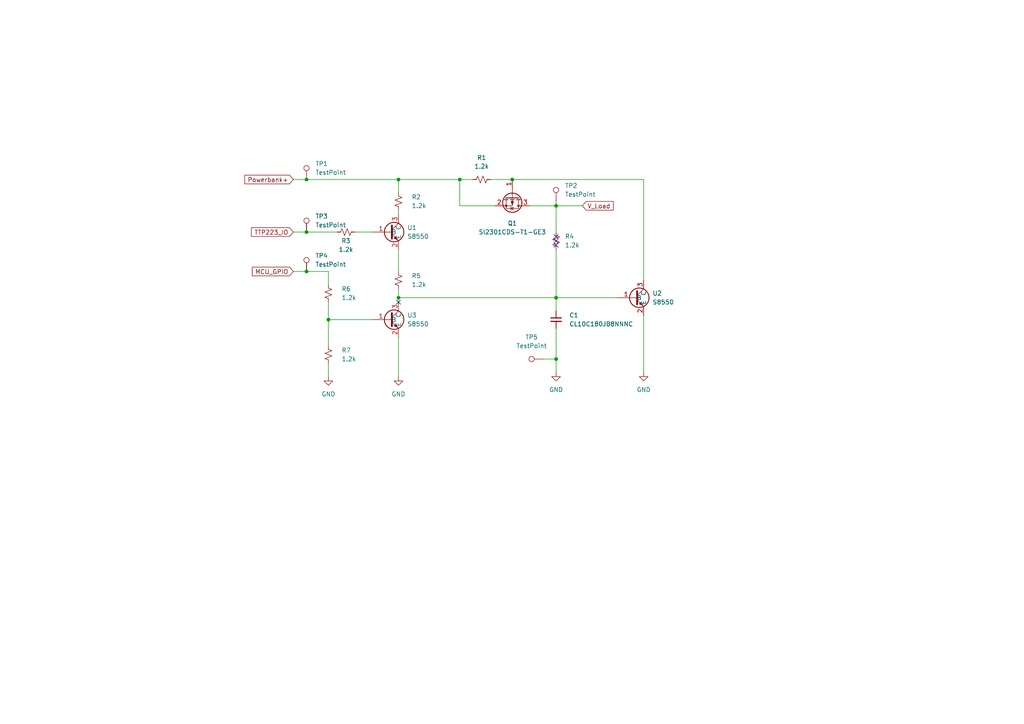
<source format=kicad_sch>
(kicad_sch (version 20211123) (generator eeschema)

  (uuid e63e39d7-6ac0-4ffd-8aa3-1841a4541b55)

  (paper "A4")

  (lib_symbols
    (symbol "Connector:TestPoint" (pin_numbers hide) (pin_names (offset 0.762) hide) (in_bom yes) (on_board yes)
      (property "Reference" "TP" (id 0) (at 0 6.858 0)
        (effects (font (size 1.27 1.27)))
      )
      (property "Value" "TestPoint" (id 1) (at 0 5.08 0)
        (effects (font (size 1.27 1.27)))
      )
      (property "Footprint" "" (id 2) (at 5.08 0 0)
        (effects (font (size 1.27 1.27)) hide)
      )
      (property "Datasheet" "~" (id 3) (at 5.08 0 0)
        (effects (font (size 1.27 1.27)) hide)
      )
      (property "ki_keywords" "test point tp" (id 4) (at 0 0 0)
        (effects (font (size 1.27 1.27)) hide)
      )
      (property "ki_description" "test point" (id 5) (at 0 0 0)
        (effects (font (size 1.27 1.27)) hide)
      )
      (property "ki_fp_filters" "Pin* Test*" (id 6) (at 0 0 0)
        (effects (font (size 1.27 1.27)) hide)
      )
      (symbol "TestPoint_0_1"
        (circle (center 0 3.302) (radius 0.762)
          (stroke (width 0) (type default) (color 0 0 0 0))
          (fill (type none))
        )
      )
      (symbol "TestPoint_1_1"
        (pin passive line (at 0 0 90) (length 2.54)
          (name "1" (effects (font (size 1.27 1.27))))
          (number "1" (effects (font (size 1.27 1.27))))
        )
      )
    )
    (symbol "Device:C_Small" (pin_numbers hide) (pin_names (offset 0.254) hide) (in_bom yes) (on_board yes)
      (property "Reference" "C" (id 0) (at 0.254 1.778 0)
        (effects (font (size 1.27 1.27)) (justify left))
      )
      (property "Value" "C_Small" (id 1) (at 0.254 -2.032 0)
        (effects (font (size 1.27 1.27)) (justify left))
      )
      (property "Footprint" "" (id 2) (at 0 0 0)
        (effects (font (size 1.27 1.27)) hide)
      )
      (property "Datasheet" "~" (id 3) (at 0 0 0)
        (effects (font (size 1.27 1.27)) hide)
      )
      (property "ki_keywords" "capacitor cap" (id 4) (at 0 0 0)
        (effects (font (size 1.27 1.27)) hide)
      )
      (property "ki_description" "Unpolarized capacitor, small symbol" (id 5) (at 0 0 0)
        (effects (font (size 1.27 1.27)) hide)
      )
      (property "ki_fp_filters" "C_*" (id 6) (at 0 0 0)
        (effects (font (size 1.27 1.27)) hide)
      )
      (symbol "C_Small_0_1"
        (polyline
          (pts
            (xy -1.524 -0.508)
            (xy 1.524 -0.508)
          )
          (stroke (width 0.3302) (type default) (color 0 0 0 0))
          (fill (type none))
        )
        (polyline
          (pts
            (xy -1.524 0.508)
            (xy 1.524 0.508)
          )
          (stroke (width 0.3048) (type default) (color 0 0 0 0))
          (fill (type none))
        )
      )
      (symbol "C_Small_1_1"
        (pin passive line (at 0 2.54 270) (length 2.032)
          (name "~" (effects (font (size 1.27 1.27))))
          (number "1" (effects (font (size 1.27 1.27))))
        )
        (pin passive line (at 0 -2.54 90) (length 2.032)
          (name "~" (effects (font (size 1.27 1.27))))
          (number "2" (effects (font (size 1.27 1.27))))
        )
      )
    )
    (symbol "Device:R_Small_US" (pin_numbers hide) (pin_names (offset 0.254) hide) (in_bom yes) (on_board yes)
      (property "Reference" "R" (id 0) (at 0.762 0.508 0)
        (effects (font (size 1.27 1.27)) (justify left))
      )
      (property "Value" "R_Small_US" (id 1) (at 0.762 -1.016 0)
        (effects (font (size 1.27 1.27)) (justify left))
      )
      (property "Footprint" "" (id 2) (at 0 0 0)
        (effects (font (size 1.27 1.27)) hide)
      )
      (property "Datasheet" "~" (id 3) (at 0 0 0)
        (effects (font (size 1.27 1.27)) hide)
      )
      (property "ki_keywords" "r resistor" (id 4) (at 0 0 0)
        (effects (font (size 1.27 1.27)) hide)
      )
      (property "ki_description" "Resistor, small US symbol" (id 5) (at 0 0 0)
        (effects (font (size 1.27 1.27)) hide)
      )
      (property "ki_fp_filters" "R_*" (id 6) (at 0 0 0)
        (effects (font (size 1.27 1.27)) hide)
      )
      (symbol "R_Small_US_1_1"
        (polyline
          (pts
            (xy 0 0)
            (xy 1.016 -0.381)
            (xy 0 -0.762)
            (xy -1.016 -1.143)
            (xy 0 -1.524)
          )
          (stroke (width 0) (type default) (color 0 0 0 0))
          (fill (type none))
        )
        (polyline
          (pts
            (xy 0 1.524)
            (xy 1.016 1.143)
            (xy 0 0.762)
            (xy -1.016 0.381)
            (xy 0 0)
          )
          (stroke (width 0) (type default) (color 0 0 0 0))
          (fill (type none))
        )
        (pin passive line (at 0 2.54 270) (length 1.016)
          (name "~" (effects (font (size 1.27 1.27))))
          (number "1" (effects (font (size 1.27 1.27))))
        )
        (pin passive line (at 0 -2.54 90) (length 1.016)
          (name "~" (effects (font (size 1.27 1.27))))
          (number "2" (effects (font (size 1.27 1.27))))
        )
      )
    )
    (symbol "FE-PCB:BC547" (in_bom yes) (on_board yes)
      (property "Reference" "U" (id 0) (at 0 22.86 0)
        (effects (font (size 1.27 1.27)))
      )
      (property "Value" "BC547" (id 1) (at 0 22.86 0)
        (effects (font (size 1.27 1.27)))
      )
      (property "Footprint" "" (id 2) (at 0 22.86 0)
        (effects (font (size 1.27 1.27)) hide)
      )
      (property "Datasheet" "" (id 3) (at 0 22.86 0)
        (effects (font (size 1.27 1.27)) hide)
      )
      (symbol "BC547_0_1"
        (circle (center -1.27 0) (radius 2.8194)
          (stroke (width 0.254) (type default) (color 0 0 0 0))
          (fill (type none))
        )
        (polyline
          (pts
            (xy -2.54 0)
            (xy -1.905 0)
          )
          (stroke (width 0) (type default) (color 0 0 0 0))
          (fill (type none))
        )
        (polyline
          (pts
            (xy -1.905 0.635)
            (xy 0 2.54)
          )
          (stroke (width 0) (type default) (color 0 0 0 0))
          (fill (type none))
        )
        (polyline
          (pts
            (xy -1.905 -0.635)
            (xy 0 -2.54)
            (xy 0 -2.54)
          )
          (stroke (width 0) (type default) (color 0 0 0 0))
          (fill (type none))
        )
        (polyline
          (pts
            (xy -1.905 1.905)
            (xy -1.905 -1.905)
            (xy -1.905 -1.905)
          )
          (stroke (width 0.508) (type default) (color 0 0 0 0))
          (fill (type none))
        )
        (polyline
          (pts
            (xy -1.27 -1.778)
            (xy -0.762 -1.27)
            (xy -0.254 -2.286)
            (xy -1.27 -1.778)
            (xy -1.27 -1.778)
          )
          (stroke (width 0) (type default) (color 0 0 0 0))
          (fill (type outline))
        )
      )
      (symbol "BC547_1_1"
        (pin input line (at -7.62 0 0) (length 5.08)
          (name "B" (effects (font (size 1.27 1.27))))
          (number "1" (effects (font (size 1.27 1.27))))
        )
        (pin passive line (at 0 -5.08 90) (length 2.54)
          (name "E" (effects (font (size 1.27 1.27))))
          (number "2" (effects (font (size 1.27 1.27))))
        )
        (pin passive line (at 0 5.08 270) (length 2.54)
          (name "C" (effects (font (size 1.27 1.27))))
          (number "3" (effects (font (size 1.27 1.27))))
        )
      )
    )
    (symbol "Transistor_FET:Si2319CDS" (pin_names hide) (in_bom yes) (on_board yes)
      (property "Reference" "Q" (id 0) (at 5.08 1.905 0)
        (effects (font (size 1.27 1.27)) (justify left))
      )
      (property "Value" "Si2319CDS" (id 1) (at 5.08 0 0)
        (effects (font (size 1.27 1.27)) (justify left))
      )
      (property "Footprint" "Package_TO_SOT_SMD:SOT-23" (id 2) (at 5.08 -1.905 0)
        (effects (font (size 1.27 1.27) italic) (justify left) hide)
      )
      (property "Datasheet" "http://www.vishay.com/docs/66709/si2319cd.pdf" (id 3) (at 0 0 0)
        (effects (font (size 1.27 1.27)) (justify left) hide)
      )
      (property "ki_keywords" "P-Channel MOSFET" (id 4) (at 0 0 0)
        (effects (font (size 1.27 1.27)) hide)
      )
      (property "ki_description" "-4.4A Id, -40V Vds, P-Channel MOSFET, SOT-23" (id 5) (at 0 0 0)
        (effects (font (size 1.27 1.27)) hide)
      )
      (property "ki_fp_filters" "SOT?23*" (id 6) (at 0 0 0)
        (effects (font (size 1.27 1.27)) hide)
      )
      (symbol "Si2319CDS_0_1"
        (polyline
          (pts
            (xy 0.254 0)
            (xy -2.54 0)
          )
          (stroke (width 0) (type default) (color 0 0 0 0))
          (fill (type none))
        )
        (polyline
          (pts
            (xy 0.254 1.905)
            (xy 0.254 -1.905)
          )
          (stroke (width 0.254) (type default) (color 0 0 0 0))
          (fill (type none))
        )
        (polyline
          (pts
            (xy 0.762 -1.27)
            (xy 0.762 -2.286)
          )
          (stroke (width 0.254) (type default) (color 0 0 0 0))
          (fill (type none))
        )
        (polyline
          (pts
            (xy 0.762 0.508)
            (xy 0.762 -0.508)
          )
          (stroke (width 0.254) (type default) (color 0 0 0 0))
          (fill (type none))
        )
        (polyline
          (pts
            (xy 0.762 2.286)
            (xy 0.762 1.27)
          )
          (stroke (width 0.254) (type default) (color 0 0 0 0))
          (fill (type none))
        )
        (polyline
          (pts
            (xy 2.54 2.54)
            (xy 2.54 1.778)
          )
          (stroke (width 0) (type default) (color 0 0 0 0))
          (fill (type none))
        )
        (polyline
          (pts
            (xy 2.54 -2.54)
            (xy 2.54 0)
            (xy 0.762 0)
          )
          (stroke (width 0) (type default) (color 0 0 0 0))
          (fill (type none))
        )
        (polyline
          (pts
            (xy 0.762 1.778)
            (xy 3.302 1.778)
            (xy 3.302 -1.778)
            (xy 0.762 -1.778)
          )
          (stroke (width 0) (type default) (color 0 0 0 0))
          (fill (type none))
        )
        (polyline
          (pts
            (xy 2.286 0)
            (xy 1.27 0.381)
            (xy 1.27 -0.381)
            (xy 2.286 0)
          )
          (stroke (width 0) (type default) (color 0 0 0 0))
          (fill (type outline))
        )
        (polyline
          (pts
            (xy 2.794 -0.508)
            (xy 2.921 -0.381)
            (xy 3.683 -0.381)
            (xy 3.81 -0.254)
          )
          (stroke (width 0) (type default) (color 0 0 0 0))
          (fill (type none))
        )
        (polyline
          (pts
            (xy 3.302 -0.381)
            (xy 2.921 0.254)
            (xy 3.683 0.254)
            (xy 3.302 -0.381)
          )
          (stroke (width 0) (type default) (color 0 0 0 0))
          (fill (type none))
        )
        (circle (center 1.651 0) (radius 2.794)
          (stroke (width 0.254) (type default) (color 0 0 0 0))
          (fill (type none))
        )
        (circle (center 2.54 -1.778) (radius 0.254)
          (stroke (width 0) (type default) (color 0 0 0 0))
          (fill (type outline))
        )
        (circle (center 2.54 1.778) (radius 0.254)
          (stroke (width 0) (type default) (color 0 0 0 0))
          (fill (type outline))
        )
      )
      (symbol "Si2319CDS_1_1"
        (pin input line (at -5.08 0 0) (length 2.54)
          (name "G" (effects (font (size 1.27 1.27))))
          (number "1" (effects (font (size 1.27 1.27))))
        )
        (pin passive line (at 2.54 -5.08 90) (length 2.54)
          (name "S" (effects (font (size 1.27 1.27))))
          (number "2" (effects (font (size 1.27 1.27))))
        )
        (pin passive line (at 2.54 5.08 270) (length 2.54)
          (name "D" (effects (font (size 1.27 1.27))))
          (number "3" (effects (font (size 1.27 1.27))))
        )
      )
    )
    (symbol "power:GND" (power) (pin_names (offset 0)) (in_bom yes) (on_board yes)
      (property "Reference" "#PWR" (id 0) (at 0 -6.35 0)
        (effects (font (size 1.27 1.27)) hide)
      )
      (property "Value" "GND" (id 1) (at 0 -3.81 0)
        (effects (font (size 1.27 1.27)))
      )
      (property "Footprint" "" (id 2) (at 0 0 0)
        (effects (font (size 1.27 1.27)) hide)
      )
      (property "Datasheet" "" (id 3) (at 0 0 0)
        (effects (font (size 1.27 1.27)) hide)
      )
      (property "ki_keywords" "power-flag" (id 4) (at 0 0 0)
        (effects (font (size 1.27 1.27)) hide)
      )
      (property "ki_description" "Power symbol creates a global label with name \"GND\" , ground" (id 5) (at 0 0 0)
        (effects (font (size 1.27 1.27)) hide)
      )
      (symbol "GND_0_1"
        (polyline
          (pts
            (xy 0 0)
            (xy 0 -1.27)
            (xy 1.27 -1.27)
            (xy 0 -2.54)
            (xy -1.27 -1.27)
            (xy 0 -1.27)
          )
          (stroke (width 0) (type default) (color 0 0 0 0))
          (fill (type none))
        )
      )
      (symbol "GND_1_1"
        (pin power_in line (at 0 0 270) (length 0) hide
          (name "GND" (effects (font (size 1.27 1.27))))
          (number "1" (effects (font (size 1.27 1.27))))
        )
      )
    )
  )

  (junction (at 161.29 86.36) (diameter 0) (color 0 0 0 0)
    (uuid 0570fde1-8b81-4c38-84b5-c6d17d9f08a1)
  )
  (junction (at 95.25 92.71) (diameter 0) (color 0 0 0 0)
    (uuid 06f21f32-cb66-46ad-89c9-18f4d368cb41)
  )
  (junction (at 161.29 59.69) (diameter 0) (color 0 0 0 0)
    (uuid 1c1bc413-ac22-4139-8fcb-1048c5824cdd)
  )
  (junction (at 115.57 52.07) (diameter 0) (color 0 0 0 0)
    (uuid 29a3f84f-1e46-4974-a50b-31a060509ca3)
  )
  (junction (at 88.9 67.31) (diameter 0) (color 0 0 0 0)
    (uuid 363a3797-c9f0-4011-9c28-5b6fcde50111)
  )
  (junction (at 148.59 52.07) (diameter 0) (color 0 0 0 0)
    (uuid 4cd2179c-bd9e-448b-93ef-3770861a339f)
  )
  (junction (at 161.29 104.14) (diameter 0) (color 0 0 0 0)
    (uuid 52e03ff9-972c-4e5b-be0d-60386fd84eec)
  )
  (junction (at 88.9 52.07) (diameter 0) (color 0 0 0 0)
    (uuid 57038053-edc6-4c25-96eb-1eb96c9030ec)
  )
  (junction (at 115.57 86.36) (diameter 0) (color 0 0 0 0)
    (uuid 5ce9ae4a-b774-46ab-a6ce-2c735908ff3c)
  )
  (junction (at 133.35 52.07) (diameter 0) (color 0 0 0 0)
    (uuid bd3ef9f5-1dfc-488e-a6fb-a1498e47210c)
  )
  (junction (at 88.9 78.74) (diameter 0) (color 0 0 0 0)
    (uuid c865ab03-4cde-4bcd-897e-be5f916d52be)
  )

  (no_connect (at 115.57 87.63) (uuid 6a7dcbd5-7902-48c1-8974-88a38cf4d407))
  (no_connect (at 161.29 69.85) (uuid 733db190-a402-4a05-a223-564bcebafcc9))
  (no_connect (at 161.29 71.12) (uuid 733db190-a402-4a05-a223-564bcebafcc9))
  (no_connect (at 161.29 68.58) (uuid 733db190-a402-4a05-a223-564bcebafcc9))

  (wire (pts (xy 161.29 95.25) (xy 161.29 104.14))
    (stroke (width 0) (type default) (color 0 0 0 0))
    (uuid 04be63db-5c61-4eea-bc08-e5df0ef6512e)
  )
  (wire (pts (xy 95.25 92.71) (xy 107.95 92.71))
    (stroke (width 0) (type default) (color 0 0 0 0))
    (uuid 04e12cf1-f5a1-417a-8670-a36b05b43e35)
  )
  (wire (pts (xy 115.57 52.07) (xy 133.35 52.07))
    (stroke (width 0) (type default) (color 0 0 0 0))
    (uuid 05844d1d-69eb-453d-a373-1e683f50c8c4)
  )
  (wire (pts (xy 115.57 86.36) (xy 161.29 86.36))
    (stroke (width 0) (type default) (color 0 0 0 0))
    (uuid 0a40c4b6-a58b-45e1-bbc5-fdfebceb2371)
  )
  (wire (pts (xy 95.25 92.71) (xy 95.25 100.33))
    (stroke (width 0) (type default) (color 0 0 0 0))
    (uuid 0fc219b7-c1d3-4036-98cb-fdd152953a14)
  )
  (wire (pts (xy 186.69 91.44) (xy 186.69 107.95))
    (stroke (width 0) (type default) (color 0 0 0 0))
    (uuid 10386a9a-3c8d-4117-9729-d8c9f62c332d)
  )
  (wire (pts (xy 161.29 86.36) (xy 161.29 90.17))
    (stroke (width 0) (type default) (color 0 0 0 0))
    (uuid 12434674-a34a-4ca7-8329-7fb9eaf00c2c)
  )
  (wire (pts (xy 85.09 52.07) (xy 88.9 52.07))
    (stroke (width 0) (type default) (color 0 0 0 0))
    (uuid 26987140-d98b-479b-835e-3e52a5c5724b)
  )
  (wire (pts (xy 115.57 97.79) (xy 115.57 109.22))
    (stroke (width 0) (type default) (color 0 0 0 0))
    (uuid 396021e8-1ea0-4a2a-a71b-322396fec60f)
  )
  (wire (pts (xy 186.69 52.07) (xy 186.69 81.28))
    (stroke (width 0) (type default) (color 0 0 0 0))
    (uuid 3d94dd3d-157e-4ce8-b9e8-3525953e6555)
  )
  (wire (pts (xy 161.29 104.14) (xy 161.29 107.95))
    (stroke (width 0) (type default) (color 0 0 0 0))
    (uuid 45b32cbe-f349-4537-ac1d-3bcbe169abd8)
  )
  (wire (pts (xy 115.57 86.36) (xy 115.57 87.63))
    (stroke (width 0) (type default) (color 0 0 0 0))
    (uuid 50d24570-2d13-4e9a-954d-7716987d3c43)
  )
  (wire (pts (xy 95.25 105.41) (xy 95.25 109.22))
    (stroke (width 0) (type default) (color 0 0 0 0))
    (uuid 6710b168-3ebb-4a7c-8c1b-23450906f43d)
  )
  (wire (pts (xy 115.57 55.88) (xy 115.57 52.07))
    (stroke (width 0) (type default) (color 0 0 0 0))
    (uuid 729e7253-2f7f-4717-85cd-f8671611b2d6)
  )
  (wire (pts (xy 88.9 78.74) (xy 95.25 78.74))
    (stroke (width 0) (type default) (color 0 0 0 0))
    (uuid 77da2cca-802e-41d0-b76d-7e6565304ae6)
  )
  (wire (pts (xy 102.87 67.31) (xy 107.95 67.31))
    (stroke (width 0) (type default) (color 0 0 0 0))
    (uuid 7a6b3cf2-ab0c-4ffa-bbc9-cdc39d289345)
  )
  (wire (pts (xy 161.29 59.69) (xy 161.29 67.31))
    (stroke (width 0) (type default) (color 0 0 0 0))
    (uuid 8077d8fe-7db5-4794-8e1a-821fc9001072)
  )
  (wire (pts (xy 142.24 52.07) (xy 148.59 52.07))
    (stroke (width 0) (type default) (color 0 0 0 0))
    (uuid 83390b58-b50f-49d6-a012-0ec279fda186)
  )
  (wire (pts (xy 115.57 72.39) (xy 115.57 78.74))
    (stroke (width 0) (type default) (color 0 0 0 0))
    (uuid 85dee4c5-9296-46d9-9f74-90623c518ff5)
  )
  (wire (pts (xy 153.67 59.69) (xy 161.29 59.69))
    (stroke (width 0) (type default) (color 0 0 0 0))
    (uuid 881ef54e-a1b8-4a05-8f41-ebe6286dc969)
  )
  (wire (pts (xy 85.09 67.31) (xy 88.9 67.31))
    (stroke (width 0) (type default) (color 0 0 0 0))
    (uuid 89a81ae2-fea8-4ec1-93be-b64b58a5a08e)
  )
  (wire (pts (xy 95.25 78.74) (xy 95.25 82.55))
    (stroke (width 0) (type default) (color 0 0 0 0))
    (uuid 8c3f8753-a95e-4ef0-b069-43f283cfcf65)
  )
  (wire (pts (xy 95.25 87.63) (xy 95.25 92.71))
    (stroke (width 0) (type default) (color 0 0 0 0))
    (uuid 944c6cc6-ae43-4d69-a245-a5352cd9d167)
  )
  (wire (pts (xy 148.59 52.07) (xy 186.69 52.07))
    (stroke (width 0) (type default) (color 0 0 0 0))
    (uuid a1323544-c556-4821-b384-bda9e48f2175)
  )
  (wire (pts (xy 161.29 86.36) (xy 179.07 86.36))
    (stroke (width 0) (type default) (color 0 0 0 0))
    (uuid bf30a45a-7f77-41e5-900f-919a94045f56)
  )
  (wire (pts (xy 157.48 104.14) (xy 161.29 104.14))
    (stroke (width 0) (type default) (color 0 0 0 0))
    (uuid c2a5e629-85b7-4b94-affe-a36e30cf0701)
  )
  (wire (pts (xy 115.57 60.96) (xy 115.57 62.23))
    (stroke (width 0) (type default) (color 0 0 0 0))
    (uuid c39d3218-8e96-4f40-8d20-fb920fe0104a)
  )
  (wire (pts (xy 88.9 52.07) (xy 115.57 52.07))
    (stroke (width 0) (type default) (color 0 0 0 0))
    (uuid c4a49376-0337-41b4-b572-6ebddf88df51)
  )
  (wire (pts (xy 161.29 72.39) (xy 161.29 86.36))
    (stroke (width 0) (type default) (color 0 0 0 0))
    (uuid c82a4ed8-04ed-4c8b-a745-d4c348db033b)
  )
  (wire (pts (xy 85.09 78.74) (xy 88.9 78.74))
    (stroke (width 0) (type default) (color 0 0 0 0))
    (uuid cc1f75fa-4ecc-42ba-9eca-342b8e1a1619)
  )
  (wire (pts (xy 88.9 67.31) (xy 97.79 67.31))
    (stroke (width 0) (type default) (color 0 0 0 0))
    (uuid d36bfbd4-d469-4b19-9149-1d1e294c636b)
  )
  (wire (pts (xy 143.51 59.69) (xy 133.35 59.69))
    (stroke (width 0) (type default) (color 0 0 0 0))
    (uuid eaec8e14-6f8b-48e8-b169-22f5f0259396)
  )
  (wire (pts (xy 161.29 59.69) (xy 168.91 59.69))
    (stroke (width 0) (type default) (color 0 0 0 0))
    (uuid eb67a6aa-1cb3-4e44-b0cc-c9d71aa7ddd6)
  )
  (wire (pts (xy 133.35 52.07) (xy 137.16 52.07))
    (stroke (width 0) (type default) (color 0 0 0 0))
    (uuid ec168b33-c536-473c-a5b6-91dd29ee1912)
  )
  (wire (pts (xy 115.57 83.82) (xy 115.57 86.36))
    (stroke (width 0) (type default) (color 0 0 0 0))
    (uuid ec96fac8-a3ef-4fef-9898-274044919f5d)
  )
  (wire (pts (xy 161.29 58.42) (xy 161.29 59.69))
    (stroke (width 0) (type default) (color 0 0 0 0))
    (uuid ef24833e-ab66-4e96-9255-615308c8cc76)
  )
  (wire (pts (xy 133.35 59.69) (xy 133.35 52.07))
    (stroke (width 0) (type default) (color 0 0 0 0))
    (uuid f0e5d679-58c0-4e33-b4a9-5e95e050e5b6)
  )

  (global_label "V_Load" (shape input) (at 168.91 59.69 0) (fields_autoplaced)
    (effects (font (size 1.27 1.27)) (justify left))
    (uuid 03afbf2f-1a8e-4557-999d-8de333a72946)
    (property "Intersheet References" "${INTERSHEET_REFS}" (id 0) (at 177.8545 59.6106 0)
      (effects (font (size 1.27 1.27)) (justify left) hide)
    )
  )
  (global_label "MCU_GPIO" (shape input) (at 85.09 78.74 180) (fields_autoplaced)
    (effects (font (size 1.27 1.27)) (justify right))
    (uuid 6edb1db5-c896-4242-b6fa-9e97fabdce29)
    (property "Intersheet References" "${INTERSHEET_REFS}" (id 0) (at 73.1821 78.6606 0)
      (effects (font (size 1.27 1.27)) (justify right) hide)
    )
  )
  (global_label "Powerbank+" (shape input) (at 85.09 52.07 180) (fields_autoplaced)
    (effects (font (size 1.27 1.27)) (justify right))
    (uuid 89f59607-7c79-4bc0-abc8-2a261aebabf9)
    (property "Intersheet References" "${INTERSHEET_REFS}" (id 0) (at 71.005 51.9906 0)
      (effects (font (size 1.27 1.27)) (justify right) hide)
    )
  )
  (global_label "TTP223_IO" (shape input) (at 85.09 67.31 180) (fields_autoplaced)
    (effects (font (size 1.27 1.27)) (justify right))
    (uuid ea15f603-1ecc-493f-9b0f-dfbcd86cd37f)
    (property "Intersheet References" "${INTERSHEET_REFS}" (id 0) (at 72.9402 67.2306 0)
      (effects (font (size 1.27 1.27)) (justify right) hide)
    )
  )

  (symbol (lib_id "Connector:TestPoint") (at 88.9 52.07 0) (unit 1)
    (in_bom yes) (on_board yes) (fields_autoplaced)
    (uuid 003974b6-cb8f-491b-a226-fc7891eb9a62)
    (property "Reference" "TP1" (id 0) (at 91.44 47.4979 0)
      (effects (font (size 1.27 1.27)) (justify left))
    )
    (property "Value" "TestPoint" (id 1) (at 91.44 50.0379 0)
      (effects (font (size 1.27 1.27)) (justify left))
    )
    (property "Footprint" "KiCad RP Pico:cast_pad" (id 2) (at 93.98 52.07 0)
      (effects (font (size 1.27 1.27)) hide)
    )
    (property "Datasheet" "~" (id 3) (at 93.98 52.07 0)
      (effects (font (size 1.27 1.27)) hide)
    )
    (pin "1" (uuid 83a363ef-2850-4113-853b-2966af02d72d))
  )

  (symbol (lib_id "Device:R_Small_US") (at 100.33 67.31 90) (unit 1)
    (in_bom yes) (on_board yes)
    (uuid 1105cc79-e6fd-407c-b2de-43a4e0e2b143)
    (property "Reference" "R3" (id 0) (at 100.33 69.85 90))
    (property "Value" "1.2k" (id 1) (at 100.33 72.39 90))
    (property "Footprint" "Resistor_SMD:R_0603_1608Metric" (id 2) (at 100.33 67.31 0)
      (effects (font (size 1.27 1.27)) hide)
    )
    (property "Datasheet" "~" (id 3) (at 100.33 67.31 0)
      (effects (font (size 1.27 1.27)) hide)
    )
    (property "LCSC" "C22765" (id 4) (at 100.33 67.31 90)
      (effects (font (size 1.27 1.27)) hide)
    )
    (pin "1" (uuid 647fcbd7-5c48-4312-bb6c-09ae5e6109cb))
    (pin "2" (uuid 8ac0b4f7-9772-472c-9f48-da0361c42b05))
  )

  (symbol (lib_id "Device:R_Small_US") (at 161.29 69.85 180) (unit 1)
    (in_bom yes) (on_board yes) (fields_autoplaced)
    (uuid 1c032212-66a4-4bcf-b5ee-4f07cd39f584)
    (property "Reference" "R4" (id 0) (at 163.83 68.5799 0)
      (effects (font (size 1.27 1.27)) (justify right))
    )
    (property "Value" "1.2k" (id 1) (at 163.83 71.1199 0)
      (effects (font (size 1.27 1.27)) (justify right))
    )
    (property "Footprint" "Resistor_SMD:R_0603_1608Metric" (id 2) (at 161.29 69.85 0)
      (effects (font (size 1.27 1.27)) hide)
    )
    (property "Datasheet" "~" (id 3) (at 161.29 69.85 0)
      (effects (font (size 1.27 1.27)) hide)
    )
    (property "LCSC" "C22765" (id 4) (at 161.29 69.85 0)
      (effects (font (size 1.27 1.27)) hide)
    )
    (pin "1" (uuid df3dd003-1de6-457d-b430-8219acd630bc))
    (pin "2" (uuid 704b9615-3bd2-4872-9bff-5692ae70c03d))
  )

  (symbol (lib_id "Device:R_Small_US") (at 95.25 85.09 0) (unit 1)
    (in_bom yes) (on_board yes) (fields_autoplaced)
    (uuid 2e89449d-90e5-4106-8496-4e2222d55e80)
    (property "Reference" "R6" (id 0) (at 99.06 83.8199 0)
      (effects (font (size 1.27 1.27)) (justify left))
    )
    (property "Value" "1.2k" (id 1) (at 99.06 86.3599 0)
      (effects (font (size 1.27 1.27)) (justify left))
    )
    (property "Footprint" "Resistor_SMD:R_0603_1608Metric" (id 2) (at 95.25 85.09 0)
      (effects (font (size 1.27 1.27)) hide)
    )
    (property "Datasheet" "~" (id 3) (at 95.25 85.09 0)
      (effects (font (size 1.27 1.27)) hide)
    )
    (property "LCSC" "C22765" (id 4) (at 95.25 85.09 0)
      (effects (font (size 1.27 1.27)) hide)
    )
    (pin "1" (uuid 631b7c77-79be-43ea-a578-f63d572c3aa2))
    (pin "2" (uuid 3cc9c64c-d1e6-4c15-b883-15778185624d))
  )

  (symbol (lib_id "Device:C_Small") (at 161.29 92.71 0) (unit 1)
    (in_bom yes) (on_board yes) (fields_autoplaced)
    (uuid 5220795d-b273-452a-a466-835a3b5461ba)
    (property "Reference" "C1" (id 0) (at 165.1 91.4462 0)
      (effects (font (size 1.27 1.27)) (justify left))
    )
    (property "Value" "CL10C180JB8NNNC" (id 1) (at 165.1 93.9862 0)
      (effects (font (size 1.27 1.27)) (justify left))
    )
    (property "Footprint" "Capacitor_SMD:C_0603_1608Metric" (id 2) (at 161.29 92.71 0)
      (effects (font (size 1.27 1.27)) hide)
    )
    (property "Datasheet" "~" (id 3) (at 161.29 92.71 0)
      (effects (font (size 1.27 1.27)) hide)
    )
    (property "LCSC" "C1647" (id 4) (at 161.29 92.71 0)
      (effects (font (size 1.27 1.27)) hide)
    )
    (pin "1" (uuid c9c7a696-c05c-4455-89f7-eecbcb2d0db4))
    (pin "2" (uuid 0d6684b1-7d61-46b9-aec1-7434ffa88b78))
  )

  (symbol (lib_id "Connector:TestPoint") (at 88.9 78.74 0) (unit 1)
    (in_bom yes) (on_board yes) (fields_autoplaced)
    (uuid 5daed262-00c0-4338-98b4-10b6af0b6222)
    (property "Reference" "TP4" (id 0) (at 91.44 74.1679 0)
      (effects (font (size 1.27 1.27)) (justify left))
    )
    (property "Value" "TestPoint" (id 1) (at 91.44 76.7079 0)
      (effects (font (size 1.27 1.27)) (justify left))
    )
    (property "Footprint" "KiCad RP Pico:cast_pad" (id 2) (at 93.98 78.74 0)
      (effects (font (size 1.27 1.27)) hide)
    )
    (property "Datasheet" "~" (id 3) (at 93.98 78.74 0)
      (effects (font (size 1.27 1.27)) hide)
    )
    (pin "1" (uuid 337e6863-7a2b-4278-8934-63b6b267b326))
  )

  (symbol (lib_id "power:GND") (at 115.57 109.22 0) (unit 1)
    (in_bom yes) (on_board yes) (fields_autoplaced)
    (uuid 7d52e68a-8d7c-4fa1-a671-8c7aced223c4)
    (property "Reference" "#PWR04" (id 0) (at 115.57 115.57 0)
      (effects (font (size 1.27 1.27)) hide)
    )
    (property "Value" "GND" (id 1) (at 115.57 114.3 0))
    (property "Footprint" "" (id 2) (at 115.57 109.22 0)
      (effects (font (size 1.27 1.27)) hide)
    )
    (property "Datasheet" "" (id 3) (at 115.57 109.22 0)
      (effects (font (size 1.27 1.27)) hide)
    )
    (pin "1" (uuid c030730f-ff47-4821-8f55-d326c281ac24))
  )

  (symbol (lib_id "power:GND") (at 186.69 107.95 0) (unit 1)
    (in_bom yes) (on_board yes) (fields_autoplaced)
    (uuid 8cc915d5-e52e-4ad1-9da4-b166eb4ad4c8)
    (property "Reference" "#PWR02" (id 0) (at 186.69 114.3 0)
      (effects (font (size 1.27 1.27)) hide)
    )
    (property "Value" "GND" (id 1) (at 186.69 113.03 0))
    (property "Footprint" "" (id 2) (at 186.69 107.95 0)
      (effects (font (size 1.27 1.27)) hide)
    )
    (property "Datasheet" "" (id 3) (at 186.69 107.95 0)
      (effects (font (size 1.27 1.27)) hide)
    )
    (pin "1" (uuid 578f453a-5043-4226-8a70-122cc02ecf90))
  )

  (symbol (lib_id "Connector:TestPoint") (at 88.9 67.31 0) (unit 1)
    (in_bom yes) (on_board yes) (fields_autoplaced)
    (uuid 8fd1450e-ea75-4d52-965c-6c240f70223d)
    (property "Reference" "TP3" (id 0) (at 91.44 62.7379 0)
      (effects (font (size 1.27 1.27)) (justify left))
    )
    (property "Value" "TestPoint" (id 1) (at 91.44 65.2779 0)
      (effects (font (size 1.27 1.27)) (justify left))
    )
    (property "Footprint" "KiCad RP Pico:cast_pad" (id 2) (at 93.98 67.31 0)
      (effects (font (size 1.27 1.27)) hide)
    )
    (property "Datasheet" "~" (id 3) (at 93.98 67.31 0)
      (effects (font (size 1.27 1.27)) hide)
    )
    (pin "1" (uuid 5afe1881-ef0d-47e0-8150-9eacf02489e8))
  )

  (symbol (lib_id "Device:R_Small_US") (at 95.25 102.87 0) (unit 1)
    (in_bom yes) (on_board yes) (fields_autoplaced)
    (uuid aefb7482-53bf-4c23-9bcf-3b0bf773e5bc)
    (property "Reference" "R7" (id 0) (at 99.06 101.5999 0)
      (effects (font (size 1.27 1.27)) (justify left))
    )
    (property "Value" "1.2k" (id 1) (at 99.06 104.1399 0)
      (effects (font (size 1.27 1.27)) (justify left))
    )
    (property "Footprint" "Resistor_SMD:R_0603_1608Metric" (id 2) (at 95.25 102.87 0)
      (effects (font (size 1.27 1.27)) hide)
    )
    (property "Datasheet" "~" (id 3) (at 95.25 102.87 0)
      (effects (font (size 1.27 1.27)) hide)
    )
    (property "LCSC" "C22765" (id 4) (at 95.25 102.87 0)
      (effects (font (size 1.27 1.27)) hide)
    )
    (pin "1" (uuid c64c7af0-dcec-4682-a968-bde0d67475c9))
    (pin "2" (uuid 1d987673-a21a-454f-8637-2a95a159b23b))
  )

  (symbol (lib_id "Transistor_FET:Si2319CDS") (at 148.59 57.15 270) (unit 1)
    (in_bom yes) (on_board yes) (fields_autoplaced)
    (uuid b1f7dd3f-1771-427d-81bd-c6f48bf10b6d)
    (property "Reference" "Q1" (id 0) (at 148.59 64.77 90))
    (property "Value" "SI2301CDS-T1-GE3" (id 1) (at 148.59 67.31 90))
    (property "Footprint" "Package_TO_SOT_SMD:SOT-23" (id 2) (at 146.685 62.23 0)
      (effects (font (size 1.27 1.27) italic) (justify left) hide)
    )
    (property "Datasheet" "http://www.vishay.com/docs/66709/si2319cd.pdf" (id 3) (at 148.59 57.15 0)
      (effects (font (size 1.27 1.27)) (justify left) hide)
    )
    (property "LCSC" "C10487" (id 4) (at 148.59 57.15 90)
      (effects (font (size 1.27 1.27)) hide)
    )
    (pin "1" (uuid 9d2c7afe-639c-4d6e-8c3a-f18b551c11c4))
    (pin "2" (uuid 39f8da0b-9b8e-4f9e-871d-7225e4b56a49))
    (pin "3" (uuid 1164b55f-625c-4891-a3f1-2acc5e2e6dcc))
  )

  (symbol (lib_id "Device:R_Small_US") (at 115.57 58.42 0) (unit 1)
    (in_bom yes) (on_board yes) (fields_autoplaced)
    (uuid b37dcd16-0bd1-44f6-8b07-6a87f4494b07)
    (property "Reference" "R2" (id 0) (at 119.38 57.1499 0)
      (effects (font (size 1.27 1.27)) (justify left))
    )
    (property "Value" "1.2k" (id 1) (at 119.38 59.6899 0)
      (effects (font (size 1.27 1.27)) (justify left))
    )
    (property "Footprint" "Resistor_SMD:R_0603_1608Metric" (id 2) (at 115.57 58.42 0)
      (effects (font (size 1.27 1.27)) hide)
    )
    (property "Datasheet" "~" (id 3) (at 115.57 58.42 0)
      (effects (font (size 1.27 1.27)) hide)
    )
    (property "LCSC" "C22765" (id 4) (at 115.57 58.42 0)
      (effects (font (size 1.27 1.27)) hide)
    )
    (pin "1" (uuid e6697e74-7108-444e-929f-c060ea574c18))
    (pin "2" (uuid 291c378f-c943-4843-a925-f8075cfec286))
  )

  (symbol (lib_id "Connector:TestPoint") (at 161.29 58.42 0) (unit 1)
    (in_bom yes) (on_board yes) (fields_autoplaced)
    (uuid b6a5ef8f-a578-4826-b859-884777c414a4)
    (property "Reference" "TP2" (id 0) (at 163.83 53.8479 0)
      (effects (font (size 1.27 1.27)) (justify left))
    )
    (property "Value" "TestPoint" (id 1) (at 163.83 56.3879 0)
      (effects (font (size 1.27 1.27)) (justify left))
    )
    (property "Footprint" "KiCad RP Pico:cast_pad" (id 2) (at 166.37 58.42 0)
      (effects (font (size 1.27 1.27)) hide)
    )
    (property "Datasheet" "~" (id 3) (at 166.37 58.42 0)
      (effects (font (size 1.27 1.27)) hide)
    )
    (pin "1" (uuid 83437e9a-4430-4ba1-840e-4520d0acf7c8))
  )

  (symbol (lib_id "Connector:TestPoint") (at 157.48 104.14 90) (unit 1)
    (in_bom yes) (on_board yes) (fields_autoplaced)
    (uuid bac3e9b8-ca7d-4ca5-b24e-018fea19326f)
    (property "Reference" "TP5" (id 0) (at 154.178 97.79 90))
    (property "Value" "TestPoint" (id 1) (at 154.178 100.33 90))
    (property "Footprint" "KiCad RP Pico:cast_pad" (id 2) (at 157.48 99.06 0)
      (effects (font (size 1.27 1.27)) hide)
    )
    (property "Datasheet" "~" (id 3) (at 157.48 99.06 0)
      (effects (font (size 1.27 1.27)) hide)
    )
    (pin "1" (uuid 050cee12-8c84-472b-b682-faa739970a09))
  )

  (symbol (lib_id "Device:R_Small_US") (at 115.57 81.28 0) (unit 1)
    (in_bom yes) (on_board yes) (fields_autoplaced)
    (uuid cc2fc2ee-3197-4b60-85f3-93c407390083)
    (property "Reference" "R5" (id 0) (at 119.38 80.0099 0)
      (effects (font (size 1.27 1.27)) (justify left))
    )
    (property "Value" "1.2k" (id 1) (at 119.38 82.5499 0)
      (effects (font (size 1.27 1.27)) (justify left))
    )
    (property "Footprint" "Resistor_SMD:R_0603_1608Metric" (id 2) (at 115.57 81.28 0)
      (effects (font (size 1.27 1.27)) hide)
    )
    (property "Datasheet" "~" (id 3) (at 115.57 81.28 0)
      (effects (font (size 1.27 1.27)) hide)
    )
    (property "LCSC" "C22765" (id 4) (at 115.57 81.28 0)
      (effects (font (size 1.27 1.27)) hide)
    )
    (pin "1" (uuid 3175060a-d09e-4492-8494-997bb394eca3))
    (pin "2" (uuid 0636077c-7419-4392-8266-dba9f6b9e803))
  )

  (symbol (lib_id "Device:R_Small_US") (at 139.7 52.07 90) (unit 1)
    (in_bom yes) (on_board yes) (fields_autoplaced)
    (uuid cd218969-9e40-4cde-97eb-aa3d16ea9b38)
    (property "Reference" "R1" (id 0) (at 139.7 45.72 90))
    (property "Value" "1.2k" (id 1) (at 139.7 48.26 90))
    (property "Footprint" "Resistor_SMD:R_0603_1608Metric" (id 2) (at 139.7 52.07 0)
      (effects (font (size 1.27 1.27)) hide)
    )
    (property "Datasheet" "~" (id 3) (at 139.7 52.07 0)
      (effects (font (size 1.27 1.27)) hide)
    )
    (property "LCSC" "C22765" (id 4) (at 139.7 52.07 0)
      (effects (font (size 1.27 1.27)) hide)
    )
    (pin "1" (uuid aab9cd00-b828-419c-93c0-caf04caacd63))
    (pin "2" (uuid 5e04c89f-1605-4c4c-bfc1-fa33a5435aea))
  )

  (symbol (lib_id "FE-PCB:BC547") (at 186.69 86.36 0) (unit 1)
    (in_bom yes) (on_board yes) (fields_autoplaced)
    (uuid cd8dca99-299f-4f24-a34b-a9399a5887be)
    (property "Reference" "U2" (id 0) (at 189.23 85.0899 0)
      (effects (font (size 1.27 1.27)) (justify left))
    )
    (property "Value" "S8550" (id 1) (at 189.23 87.6299 0)
      (effects (font (size 1.27 1.27)) (justify left))
    )
    (property "Footprint" "Package_TO_SOT_SMD:SOT-23" (id 2) (at 186.69 63.5 0)
      (effects (font (size 1.27 1.27)) hide)
    )
    (property "Datasheet" "" (id 3) (at 186.69 63.5 0)
      (effects (font (size 1.27 1.27)) hide)
    )
    (property "LCSC" "C105432" (id 4) (at 186.69 86.36 0)
      (effects (font (size 1.27 1.27)) hide)
    )
    (pin "1" (uuid d5198a3d-e71f-4536-9b77-f9363d9c3f8f))
    (pin "2" (uuid 48dfa8c9-11c3-41f9-a09b-087401840b76))
    (pin "3" (uuid 267cd2fc-744f-424d-bf9c-21766ec27d71))
  )

  (symbol (lib_id "power:GND") (at 95.25 109.22 0) (unit 1)
    (in_bom yes) (on_board yes) (fields_autoplaced)
    (uuid dfa7417f-6db9-4937-82bf-cefeaeb5b585)
    (property "Reference" "#PWR03" (id 0) (at 95.25 115.57 0)
      (effects (font (size 1.27 1.27)) hide)
    )
    (property "Value" "GND" (id 1) (at 95.25 114.3 0))
    (property "Footprint" "" (id 2) (at 95.25 109.22 0)
      (effects (font (size 1.27 1.27)) hide)
    )
    (property "Datasheet" "" (id 3) (at 95.25 109.22 0)
      (effects (font (size 1.27 1.27)) hide)
    )
    (pin "1" (uuid 618f7b26-ce45-4a15-a0e9-07fb42485cf1))
  )

  (symbol (lib_id "FE-PCB:BC547") (at 115.57 67.31 0) (unit 1)
    (in_bom yes) (on_board yes) (fields_autoplaced)
    (uuid e59bec52-a557-4f18-9a1c-6d7984e6a173)
    (property "Reference" "U1" (id 0) (at 118.11 66.0399 0)
      (effects (font (size 1.27 1.27)) (justify left))
    )
    (property "Value" "S8550" (id 1) (at 118.11 68.5799 0)
      (effects (font (size 1.27 1.27)) (justify left))
    )
    (property "Footprint" "Package_TO_SOT_SMD:SOT-23" (id 2) (at 115.57 44.45 0)
      (effects (font (size 1.27 1.27)) hide)
    )
    (property "Datasheet" "" (id 3) (at 115.57 44.45 0)
      (effects (font (size 1.27 1.27)) hide)
    )
    (property "LCSC" "C105432" (id 4) (at 115.57 67.31 0)
      (effects (font (size 1.27 1.27)) hide)
    )
    (pin "1" (uuid 7716dfed-9934-4197-bbe3-7bb43c8c81e7))
    (pin "2" (uuid 7cf6705d-c360-47bf-a1da-43f85a2e9279))
    (pin "3" (uuid 38748b25-9648-42bb-8f0e-eccdc5b060f4))
  )

  (symbol (lib_id "FE-PCB:BC547") (at 115.57 92.71 0) (unit 1)
    (in_bom yes) (on_board yes) (fields_autoplaced)
    (uuid ebe5bb4a-a9aa-4cc4-8a1c-b5857de0deaa)
    (property "Reference" "U3" (id 0) (at 118.11 91.4399 0)
      (effects (font (size 1.27 1.27)) (justify left))
    )
    (property "Value" "S8550" (id 1) (at 118.11 93.9799 0)
      (effects (font (size 1.27 1.27)) (justify left))
    )
    (property "Footprint" "Package_TO_SOT_SMD:SOT-23" (id 2) (at 115.57 69.85 0)
      (effects (font (size 1.27 1.27)) hide)
    )
    (property "Datasheet" "" (id 3) (at 115.57 69.85 0)
      (effects (font (size 1.27 1.27)) hide)
    )
    (property "LCSC" "C105432" (id 4) (at 115.57 92.71 0)
      (effects (font (size 1.27 1.27)) hide)
    )
    (pin "1" (uuid 0e5c31f2-630c-4703-8aab-74f1c105b95f))
    (pin "2" (uuid 900d6599-8fd3-424c-8f22-e22411708d4b))
    (pin "3" (uuid f3699f31-3d5a-42b4-9c5a-e26aa0d47af1))
  )

  (symbol (lib_id "power:GND") (at 161.29 107.95 0) (unit 1)
    (in_bom yes) (on_board yes) (fields_autoplaced)
    (uuid f3926f52-d499-420f-aa33-9325872cae5a)
    (property "Reference" "#PWR01" (id 0) (at 161.29 114.3 0)
      (effects (font (size 1.27 1.27)) hide)
    )
    (property "Value" "GND" (id 1) (at 161.29 113.03 0))
    (property "Footprint" "" (id 2) (at 161.29 107.95 0)
      (effects (font (size 1.27 1.27)) hide)
    )
    (property "Datasheet" "" (id 3) (at 161.29 107.95 0)
      (effects (font (size 1.27 1.27)) hide)
    )
    (pin "1" (uuid c456fc70-e055-4701-b3fd-e93406fd3070))
  )

  (sheet_instances
    (path "/" (page "1"))
  )

  (symbol_instances
    (path "/f3926f52-d499-420f-aa33-9325872cae5a"
      (reference "#PWR01") (unit 1) (value "GND") (footprint "")
    )
    (path "/8cc915d5-e52e-4ad1-9da4-b166eb4ad4c8"
      (reference "#PWR02") (unit 1) (value "GND") (footprint "")
    )
    (path "/dfa7417f-6db9-4937-82bf-cefeaeb5b585"
      (reference "#PWR03") (unit 1) (value "GND") (footprint "")
    )
    (path "/7d52e68a-8d7c-4fa1-a671-8c7aced223c4"
      (reference "#PWR04") (unit 1) (value "GND") (footprint "")
    )
    (path "/5220795d-b273-452a-a466-835a3b5461ba"
      (reference "C1") (unit 1) (value "CL10C180JB8NNNC") (footprint "Capacitor_SMD:C_0603_1608Metric")
    )
    (path "/b1f7dd3f-1771-427d-81bd-c6f48bf10b6d"
      (reference "Q1") (unit 1) (value "SI2301CDS-T1-GE3") (footprint "Package_TO_SOT_SMD:SOT-23")
    )
    (path "/cd218969-9e40-4cde-97eb-aa3d16ea9b38"
      (reference "R1") (unit 1) (value "1.2k") (footprint "Resistor_SMD:R_0603_1608Metric")
    )
    (path "/b37dcd16-0bd1-44f6-8b07-6a87f4494b07"
      (reference "R2") (unit 1) (value "1.2k") (footprint "Resistor_SMD:R_0603_1608Metric")
    )
    (path "/1105cc79-e6fd-407c-b2de-43a4e0e2b143"
      (reference "R3") (unit 1) (value "1.2k") (footprint "Resistor_SMD:R_0603_1608Metric")
    )
    (path "/1c032212-66a4-4bcf-b5ee-4f07cd39f584"
      (reference "R4") (unit 1) (value "1.2k") (footprint "Resistor_SMD:R_0603_1608Metric")
    )
    (path "/cc2fc2ee-3197-4b60-85f3-93c407390083"
      (reference "R5") (unit 1) (value "1.2k") (footprint "Resistor_SMD:R_0603_1608Metric")
    )
    (path "/2e89449d-90e5-4106-8496-4e2222d55e80"
      (reference "R6") (unit 1) (value "1.2k") (footprint "Resistor_SMD:R_0603_1608Metric")
    )
    (path "/aefb7482-53bf-4c23-9bcf-3b0bf773e5bc"
      (reference "R7") (unit 1) (value "1.2k") (footprint "Resistor_SMD:R_0603_1608Metric")
    )
    (path "/003974b6-cb8f-491b-a226-fc7891eb9a62"
      (reference "TP1") (unit 1) (value "TestPoint") (footprint "KiCad RP Pico:cast_pad")
    )
    (path "/b6a5ef8f-a578-4826-b859-884777c414a4"
      (reference "TP2") (unit 1) (value "TestPoint") (footprint "KiCad RP Pico:cast_pad")
    )
    (path "/8fd1450e-ea75-4d52-965c-6c240f70223d"
      (reference "TP3") (unit 1) (value "TestPoint") (footprint "KiCad RP Pico:cast_pad")
    )
    (path "/5daed262-00c0-4338-98b4-10b6af0b6222"
      (reference "TP4") (unit 1) (value "TestPoint") (footprint "KiCad RP Pico:cast_pad")
    )
    (path "/bac3e9b8-ca7d-4ca5-b24e-018fea19326f"
      (reference "TP5") (unit 1) (value "TestPoint") (footprint "KiCad RP Pico:cast_pad")
    )
    (path "/e59bec52-a557-4f18-9a1c-6d7984e6a173"
      (reference "U1") (unit 1) (value "S8550") (footprint "Package_TO_SOT_SMD:SOT-23")
    )
    (path "/cd8dca99-299f-4f24-a34b-a9399a5887be"
      (reference "U2") (unit 1) (value "S8550") (footprint "Package_TO_SOT_SMD:SOT-23")
    )
    (path "/ebe5bb4a-a9aa-4cc4-8a1c-b5857de0deaa"
      (reference "U3") (unit 1) (value "S8550") (footprint "Package_TO_SOT_SMD:SOT-23")
    )
  )
)

</source>
